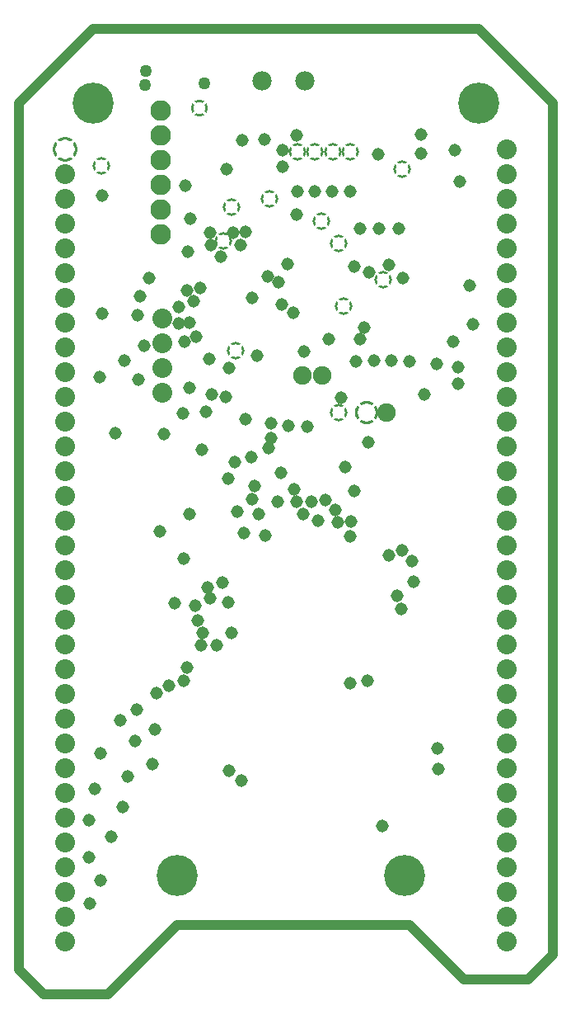
<source format=gbr>
G04*
G04 #@! TF.GenerationSoftware,Altium Limited,Altium Designer,22.4.2 (48)*
G04*
G04 Layer_Physical_Order=3*
G04 Layer_Color=128*
%FSLAX25Y25*%
%MOIN*%
G70*
G04*
G04 #@! TF.SameCoordinates,86050991-3F27-4FED-9AA6-CAC4C36B4C69*
G04*
G04*
G04 #@! TF.FilePolarity,Negative*
G04*
G01*
G75*
%ADD67C,0.04000*%
%ADD68C,0.16598*%
%ADD69C,0.08016*%
G04:AMPARAMS|DCode=70|XSize=100.157mil|YSize=100.157mil|CornerRadius=0mil|HoleSize=0mil|Usage=FLASHONLY|Rotation=0.000|XOffset=0mil|YOffset=0mil|HoleType=Round|Shape=Relief|Width=10mil|Gap=10mil|Entries=4|*
%AMTHD70*
7,0,0,0.10016,0.08016,0.01000,45*
%
%ADD70THD70*%
%ADD71C,0.07504*%
%ADD73C,0.08331*%
%ADD74C,0.07740*%
%ADD75C,0.05181*%
G04:AMPARAMS|DCode=76|XSize=71.811mil|YSize=71.811mil|CornerRadius=0mil|HoleSize=0mil|Usage=FLASHONLY|Rotation=0.000|XOffset=0mil|YOffset=0mil|HoleType=Round|Shape=Relief|Width=10mil|Gap=10mil|Entries=4|*
%AMTHD76*
7,0,0,0.07181,0.05181,0.01000,45*
%
%ADD76THD76*%
%ADD77C,0.05000*%
G04:AMPARAMS|DCode=78|XSize=70mil|YSize=70mil|CornerRadius=0mil|HoleSize=0mil|Usage=FLASHONLY|Rotation=0.000|XOffset=0mil|YOffset=0mil|HoleType=Round|Shape=Relief|Width=10mil|Gap=10mil|Entries=4|*
%AMTHD78*
7,0,0,0.07000,0.05000,0.01000,45*
%
%ADD78THD78*%
G04:AMPARAMS|DCode=79|XSize=95.039mil|YSize=95.039mil|CornerRadius=0mil|HoleSize=0mil|Usage=FLASHONLY|Rotation=0.000|XOffset=0mil|YOffset=0mil|HoleType=Round|Shape=Relief|Width=10mil|Gap=10mil|Entries=4|*
%AMTHD79*
7,0,0,0.09504,0.07504,0.01000,45*
%
%ADD79THD79*%
D67*
X104000Y110000D02*
X130000D01*
X158000Y138000D01*
X252000D01*
X274000Y116000D01*
X300000D01*
X310000Y126000D01*
Y470000D01*
X280000Y500000D02*
X310000Y470000D01*
X124000Y500000D02*
X280000D01*
X94000Y470000D02*
X124000Y500000D01*
X94000Y120000D02*
Y470000D01*
Y120000D02*
X104000Y110000D01*
D68*
X280000Y470000D02*
D03*
X124000D02*
D03*
X250000Y158000D02*
D03*
X158000D02*
D03*
D69*
X291500Y451500D02*
D03*
Y441500D02*
D03*
Y431500D02*
D03*
Y421500D02*
D03*
Y411500D02*
D03*
Y401500D02*
D03*
Y391500D02*
D03*
Y381500D02*
D03*
Y371500D02*
D03*
Y361500D02*
D03*
Y351500D02*
D03*
Y341500D02*
D03*
Y331500D02*
D03*
Y321500D02*
D03*
Y311500D02*
D03*
Y301500D02*
D03*
Y291500D02*
D03*
Y281500D02*
D03*
Y271500D02*
D03*
Y261500D02*
D03*
Y251500D02*
D03*
Y241500D02*
D03*
Y231500D02*
D03*
Y221500D02*
D03*
Y211500D02*
D03*
Y201500D02*
D03*
Y191500D02*
D03*
Y181500D02*
D03*
Y171500D02*
D03*
Y161500D02*
D03*
Y151500D02*
D03*
Y141500D02*
D03*
Y131500D02*
D03*
X112800Y131400D02*
D03*
Y141400D02*
D03*
Y151400D02*
D03*
Y161400D02*
D03*
Y171400D02*
D03*
Y181400D02*
D03*
Y191400D02*
D03*
Y201400D02*
D03*
Y211400D02*
D03*
Y221400D02*
D03*
Y231400D02*
D03*
Y241400D02*
D03*
Y251400D02*
D03*
Y261400D02*
D03*
Y271400D02*
D03*
Y281400D02*
D03*
Y291400D02*
D03*
Y301400D02*
D03*
Y311400D02*
D03*
Y321400D02*
D03*
Y331400D02*
D03*
Y341400D02*
D03*
Y351400D02*
D03*
Y361400D02*
D03*
Y371400D02*
D03*
Y381400D02*
D03*
Y391400D02*
D03*
Y401400D02*
D03*
Y411400D02*
D03*
Y421400D02*
D03*
Y431400D02*
D03*
Y441400D02*
D03*
X152229Y383000D02*
D03*
Y353000D02*
D03*
Y363000D02*
D03*
Y373000D02*
D03*
D70*
X112800Y451400D02*
D03*
D71*
X242800Y345125D02*
D03*
X208863Y360000D02*
D03*
X216737D02*
D03*
D73*
X151400Y437000D02*
D03*
Y427000D02*
D03*
Y417000D02*
D03*
Y447000D02*
D03*
Y457000D02*
D03*
Y467000D02*
D03*
D74*
X192358Y479083D02*
D03*
X209681D02*
D03*
D75*
X127200Y156100D02*
D03*
X122500Y165400D02*
D03*
X122600Y180400D02*
D03*
X136200Y185900D02*
D03*
X124700Y193100D02*
D03*
X138200Y198200D02*
D03*
X148100Y203100D02*
D03*
X127100Y207600D02*
D03*
X256900Y449900D02*
D03*
X180800Y417700D02*
D03*
X171500Y417800D02*
D03*
X171968Y412932D02*
D03*
X190394Y368205D02*
D03*
X229987Y404250D02*
D03*
X235700Y401900D02*
D03*
X243749Y404897D02*
D03*
X249435Y399439D02*
D03*
X233981Y379554D02*
D03*
X205100Y385400D02*
D03*
X200500Y388700D02*
D03*
X199200Y397800D02*
D03*
X202685Y405055D02*
D03*
X239500Y449600D02*
D03*
X247700Y419500D02*
D03*
X239700Y419600D02*
D03*
X232100D02*
D03*
X206500Y425000D02*
D03*
X161600Y436700D02*
D03*
X178300Y443500D02*
D03*
X228200Y295207D02*
D03*
X272500Y438500D02*
D03*
X276500Y396500D02*
D03*
X277900Y380700D02*
D03*
X270400Y451100D02*
D03*
X200903Y451121D02*
D03*
X184586Y455053D02*
D03*
X226300Y323000D02*
D03*
X258100Y352400D02*
D03*
X263100Y364900D02*
D03*
X269800Y373700D02*
D03*
X271807Y356800D02*
D03*
Y363400D02*
D03*
X228600Y301300D02*
D03*
X224500Y351000D02*
D03*
X252200Y365900D02*
D03*
X237800Y366100D02*
D03*
X244900D02*
D03*
X230500Y365900D02*
D03*
X205400Y314300D02*
D03*
X198800Y309300D02*
D03*
X200100Y320700D02*
D03*
X218200Y309800D02*
D03*
X212600Y309300D02*
D03*
X222000Y305900D02*
D03*
X229775Y313363D02*
D03*
X215100Y301600D02*
D03*
X188500Y310100D02*
D03*
X223200Y300700D02*
D03*
X195000Y330900D02*
D03*
X188203Y326997D02*
D03*
X181400Y325100D02*
D03*
X185900Y342500D02*
D03*
X189400Y315600D02*
D03*
X209300Y304100D02*
D03*
X177900Y351400D02*
D03*
X179100Y363100D02*
D03*
X172200Y352500D02*
D03*
X163100Y355300D02*
D03*
X171300Y366900D02*
D03*
X161100Y373800D02*
D03*
X163000Y381400D02*
D03*
X165700Y375700D02*
D03*
X210900Y339507D02*
D03*
X249000Y289600D02*
D03*
X243800Y287500D02*
D03*
X253300Y285100D02*
D03*
X203200Y339707D02*
D03*
X196300Y334900D02*
D03*
X169800Y345400D02*
D03*
X160600Y344807D02*
D03*
X178700Y318600D02*
D03*
X196000Y340800D02*
D03*
X168000Y330200D02*
D03*
X152700Y336400D02*
D03*
X133000Y336784D02*
D03*
X185000Y296500D02*
D03*
X127700Y432800D02*
D03*
Y385300D02*
D03*
X136700Y366100D02*
D03*
X126700Y359600D02*
D03*
X142400Y358600D02*
D03*
X253873Y276927D02*
D03*
X248800Y265700D02*
D03*
X247167Y271021D02*
D03*
X235418Y333050D02*
D03*
X144700Y372000D02*
D03*
X142100Y384400D02*
D03*
X163000Y304300D02*
D03*
X151200Y297200D02*
D03*
X193900Y295500D02*
D03*
X182400Y305000D02*
D03*
X178800Y268400D02*
D03*
X154900Y234700D02*
D03*
X167800Y251000D02*
D03*
X168500Y256300D02*
D03*
X165600Y267100D02*
D03*
X157200Y268200D02*
D03*
X171400Y270000D02*
D03*
X170600Y274600D02*
D03*
X176400Y276400D02*
D03*
X174100Y251000D02*
D03*
X162300Y242300D02*
D03*
X160800Y236800D02*
D03*
X160900Y286200D02*
D03*
X166500Y261300D02*
D03*
X180100Y256000D02*
D03*
X131400Y173800D02*
D03*
X141300Y212400D02*
D03*
X149700Y231900D02*
D03*
X141700Y225000D02*
D03*
X135100Y220800D02*
D03*
X149200Y217000D02*
D03*
X122800Y146800D02*
D03*
X206400Y309000D02*
D03*
X191200Y304000D02*
D03*
X179200Y200600D02*
D03*
X241300Y178200D02*
D03*
X184000Y196500D02*
D03*
X263606Y209525D02*
D03*
X263800Y201200D02*
D03*
X235300Y236700D02*
D03*
X228300Y235900D02*
D03*
X232100Y374700D02*
D03*
X209400Y369900D02*
D03*
X219600Y374800D02*
D03*
X146800Y399400D02*
D03*
X194700Y400200D02*
D03*
X143300Y392100D02*
D03*
X162578Y410122D02*
D03*
X164700Y390200D02*
D03*
X158993Y381300D02*
D03*
X162100Y394500D02*
D03*
X163400Y423600D02*
D03*
X158993Y387800D02*
D03*
X167500Y395600D02*
D03*
X188500Y391600D02*
D03*
X183900Y412800D02*
D03*
X256700Y457400D02*
D03*
X200700Y444600D02*
D03*
X185719Y417981D02*
D03*
X206332Y457006D02*
D03*
X193333Y455321D02*
D03*
X175800Y408100D02*
D03*
X228000Y434547D02*
D03*
X220900Y434446D02*
D03*
X213850Y434450D02*
D03*
X206800Y434400D02*
D03*
D76*
X176800Y414400D02*
D03*
X181800Y370300D02*
D03*
X241500Y398900D02*
D03*
X225643Y388164D02*
D03*
X249000Y443600D02*
D03*
X223500Y413500D02*
D03*
X216500Y422500D02*
D03*
X195400Y431600D02*
D03*
X228000Y450439D02*
D03*
X213900Y450393D02*
D03*
X221000Y450439D02*
D03*
X206900Y450393D02*
D03*
X127400Y444800D02*
D03*
X223575Y345125D02*
D03*
X180000Y428100D02*
D03*
D77*
X145400Y483200D02*
D03*
X169300Y478200D02*
D03*
X145146Y477446D02*
D03*
D78*
X167300Y468000D02*
D03*
D79*
X234926Y345125D02*
D03*
M02*

</source>
